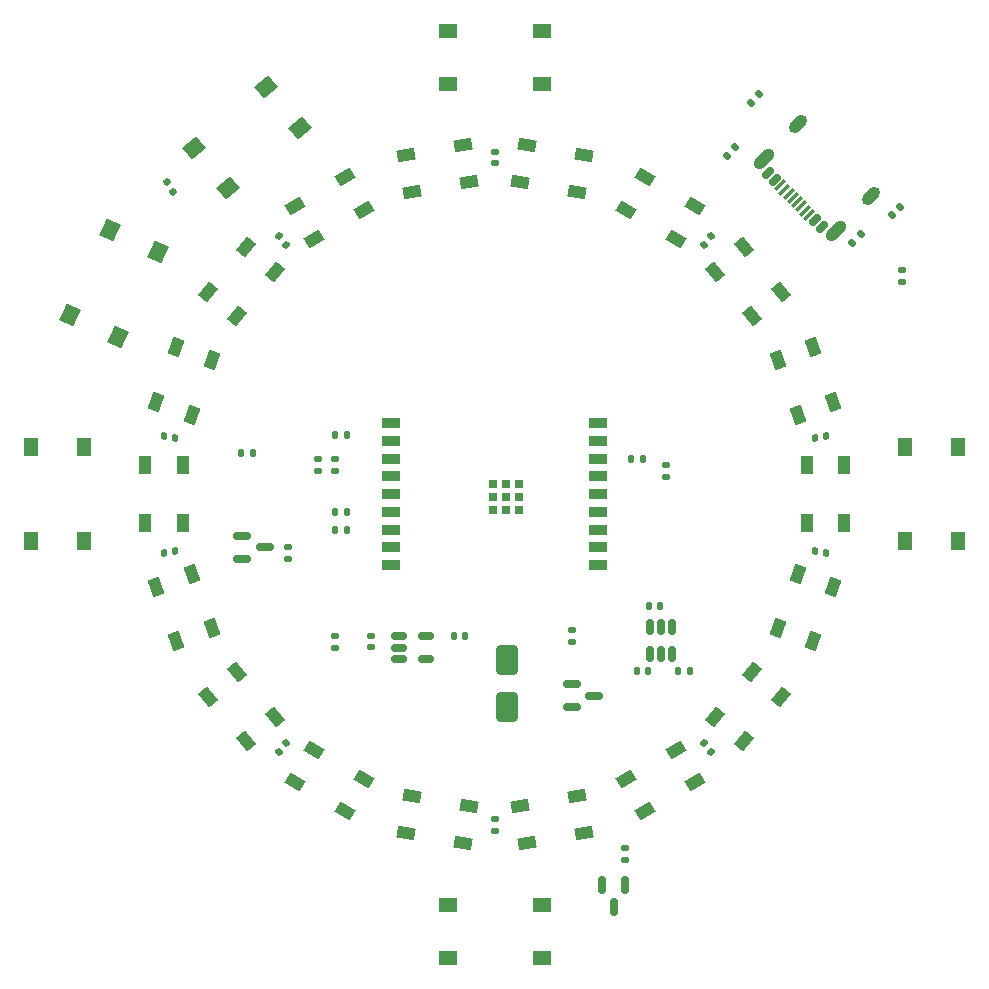
<source format=gtp>
G04 #@! TF.GenerationSoftware,KiCad,Pcbnew,9.0.0*
G04 #@! TF.CreationDate,2025-03-23T20:11:35+01:00*
G04 #@! TF.ProjectId,PCB Board,50434220-426f-4617-9264-2e6b69636164,rev?*
G04 #@! TF.SameCoordinates,Original*
G04 #@! TF.FileFunction,Paste,Top*
G04 #@! TF.FilePolarity,Positive*
%FSLAX46Y46*%
G04 Gerber Fmt 4.6, Leading zero omitted, Abs format (unit mm)*
G04 Created by KiCad (PCBNEW 9.0.0) date 2025-03-23 20:11:35*
%MOMM*%
%LPD*%
G01*
G04 APERTURE LIST*
G04 Aperture macros list*
%AMRoundRect*
0 Rectangle with rounded corners*
0 $1 Rounding radius*
0 $2 $3 $4 $5 $6 $7 $8 $9 X,Y pos of 4 corners*
0 Add a 4 corners polygon primitive as box body*
4,1,4,$2,$3,$4,$5,$6,$7,$8,$9,$2,$3,0*
0 Add four circle primitives for the rounded corners*
1,1,$1+$1,$2,$3*
1,1,$1+$1,$4,$5*
1,1,$1+$1,$6,$7*
1,1,$1+$1,$8,$9*
0 Add four rect primitives between the rounded corners*
20,1,$1+$1,$2,$3,$4,$5,0*
20,1,$1+$1,$4,$5,$6,$7,0*
20,1,$1+$1,$6,$7,$8,$9,0*
20,1,$1+$1,$8,$9,$2,$3,0*%
%AMHorizOval*
0 Thick line with rounded ends*
0 $1 width*
0 $2 $3 position (X,Y) of the first rounded end (center of the circle)*
0 $4 $5 position (X,Y) of the second rounded end (center of the circle)*
0 Add line between two ends*
20,1,$1,$2,$3,$4,$5,0*
0 Add two circle primitives to create the rounded ends*
1,1,$1,$2,$3*
1,1,$1,$4,$5*%
%AMRotRect*
0 Rectangle, with rotation*
0 The origin of the aperture is its center*
0 $1 length*
0 $2 width*
0 $3 Rotation angle, in degrees counterclockwise*
0 Add horizontal line*
21,1,$1,$2,0,0,$3*%
G04 Aperture macros list end*
%ADD10RoundRect,0.140000X0.040237X-0.216520X0.220218X-0.002028X-0.040237X0.216520X-0.220218X0.002028X0*%
%ADD11RoundRect,0.135000X0.035355X-0.226274X0.226274X-0.035355X-0.035355X0.226274X-0.226274X0.035355X0*%
%ADD12RoundRect,0.135000X0.185000X-0.135000X0.185000X0.135000X-0.185000X0.135000X-0.185000X-0.135000X0*%
%ADD13RoundRect,0.140000X0.108353X0.191728X-0.167393X0.143107X-0.108353X-0.191728X0.167393X-0.143107X0*%
%ADD14RotRect,1.500000X1.000000X30.000000*%
%ADD15RoundRect,0.135000X-0.035355X0.226274X-0.226274X0.035355X0.035355X-0.226274X0.226274X-0.035355X0*%
%ADD16R,1.300000X1.550000*%
%ADD17RoundRect,0.135000X0.135000X0.185000X-0.135000X0.185000X-0.135000X-0.185000X0.135000X-0.185000X0*%
%ADD18RoundRect,0.250000X0.650000X-1.000000X0.650000X1.000000X-0.650000X1.000000X-0.650000X-1.000000X0*%
%ADD19RoundRect,0.135000X-0.185000X0.135000X-0.185000X-0.135000X0.185000X-0.135000X0.185000X0.135000X0*%
%ADD20RoundRect,0.140000X0.170000X-0.140000X0.170000X0.140000X-0.170000X0.140000X-0.170000X-0.140000X0*%
%ADD21RoundRect,0.140000X-0.167393X-0.143107X0.108353X-0.191728X0.167393X0.143107X-0.108353X0.191728X0*%
%ADD22RotRect,1.500000X1.000000X150.000000*%
%ADD23RotRect,1.500000X1.000000X130.000000*%
%ADD24RoundRect,0.150000X-0.587500X-0.150000X0.587500X-0.150000X0.587500X0.150000X-0.587500X0.150000X0*%
%ADD25RoundRect,0.140000X-0.170000X0.140000X-0.170000X-0.140000X0.170000X-0.140000X0.170000X0.140000X0*%
%ADD26RoundRect,0.140000X0.167393X0.143107X-0.108353X0.191728X-0.167393X-0.143107X0.108353X-0.191728X0*%
%ADD27RoundRect,0.135000X-0.135000X-0.185000X0.135000X-0.185000X0.135000X0.185000X-0.135000X0.185000X0*%
%ADD28RotRect,1.500000X1.000000X230.000000*%
%ADD29RotRect,1.500000X1.000000X110.000000*%
%ADD30RotRect,1.500000X1.000000X290.000000*%
%ADD31RotRect,1.550000X1.300000X220.000000*%
%ADD32RotRect,1.500000X1.000000X170.000000*%
%ADD33R,0.700000X0.700000*%
%ADD34R,1.500000X0.900000*%
%ADD35RotRect,1.500000X1.000000X250.000000*%
%ADD36RotRect,1.500000X1.000000X50.000000*%
%ADD37RoundRect,0.140000X-0.220218X-0.002028X-0.040237X-0.216520X0.220218X0.002028X0.040237X0.216520X0*%
%ADD38R,1.550000X1.300000*%
%ADD39RoundRect,0.150000X-0.150000X0.512500X-0.150000X-0.512500X0.150000X-0.512500X0.150000X0.512500X0*%
%ADD40RoundRect,0.140000X-0.140000X-0.170000X0.140000X-0.170000X0.140000X0.170000X-0.140000X0.170000X0*%
%ADD41RoundRect,0.140000X-0.040237X0.216520X-0.220218X0.002028X0.040237X-0.216520X0.220218X-0.002028X0*%
%ADD42RoundRect,0.150000X-0.512500X-0.150000X0.512500X-0.150000X0.512500X0.150000X-0.512500X0.150000X0*%
%ADD43RoundRect,0.147500X0.017678X-0.226274X0.226274X-0.017678X-0.017678X0.226274X-0.226274X0.017678X0*%
%ADD44RoundRect,0.140000X-0.219557X0.017173X-0.058955X-0.212189X0.219557X-0.017173X0.058955X0.212189X0*%
%ADD45RotRect,1.500000X1.000000X10.000000*%
%ADD46RoundRect,0.150000X0.406586X0.194454X0.194454X0.406586X-0.406586X-0.194454X-0.194454X-0.406586X0*%
%ADD47RoundRect,0.075000X0.406586X0.300520X0.300520X0.406586X-0.406586X-0.300520X-0.300520X-0.406586X0*%
%ADD48HorizOval,1.000000X0.388909X0.388909X-0.388909X-0.388909X0*%
%ADD49HorizOval,1.000000X0.282843X0.282843X-0.282843X-0.282843X0*%
%ADD50RotRect,1.500000X1.000000X190.000000*%
%ADD51RotRect,1.500000X1.000000X350.000000*%
%ADD52RoundRect,0.150000X-0.150000X0.587500X-0.150000X-0.587500X0.150000X-0.587500X0.150000X0.587500X0*%
%ADD53RoundRect,0.140000X0.140000X0.170000X-0.140000X0.170000X-0.140000X-0.170000X0.140000X-0.170000X0*%
%ADD54RoundRect,0.140000X0.220218X0.002028X0.040237X0.216520X-0.220218X-0.002028X-0.040237X-0.216520X0*%
%ADD55RotRect,1.500000X1.000000X70.000000*%
%ADD56RotRect,1.500000X1.000000X210.000000*%
%ADD57R,1.000000X1.500000*%
%ADD58RotRect,1.500000X1.000000X330.000000*%
%ADD59RotRect,1.550000X1.300000X65.000000*%
%ADD60RoundRect,0.140000X-0.108353X-0.191728X0.167393X-0.143107X0.108353X0.191728X-0.167393X0.143107X0*%
%ADD61RotRect,1.500000X1.000000X310.000000*%
G04 APERTURE END LIST*
D10*
X46293409Y-85716945D03*
X46910485Y-84981543D03*
D11*
X94878752Y-42621248D03*
X95600000Y-41900000D03*
D12*
X79090000Y-62410000D03*
X79090000Y-61390000D03*
D13*
X92647324Y-58954500D03*
X91701910Y-59121202D03*
D14*
X53521762Y-39811930D03*
X51921762Y-37040648D03*
X47678238Y-39490648D03*
X49278238Y-42261930D03*
D15*
X84960624Y-34539376D03*
X84239376Y-35260624D03*
D16*
X25350000Y-67880000D03*
X25350000Y-59920000D03*
X29850000Y-67880000D03*
X29850000Y-59920000D03*
D17*
X77110000Y-60900000D03*
X76090000Y-60900000D03*
D18*
X65600000Y-81900000D03*
X65600000Y-77900000D03*
D19*
X99100000Y-44890000D03*
X99100000Y-45910000D03*
D20*
X64600000Y-92380000D03*
X64600000Y-91420000D03*
D21*
X36552675Y-58954500D03*
X37498091Y-59121202D03*
D22*
X49278238Y-85538070D03*
X47678238Y-88309352D03*
X51921762Y-90759352D03*
X53521762Y-87988070D03*
D23*
X42801597Y-78992784D03*
X40350255Y-81049704D03*
X43499915Y-84803322D03*
X45951257Y-82746402D03*
D24*
X43225000Y-67450000D03*
X43225000Y-69350000D03*
X45100000Y-68400000D03*
D25*
X64620000Y-34920000D03*
X64620000Y-35880000D03*
D19*
X51100000Y-60890000D03*
X51100000Y-61910000D03*
D26*
X92647325Y-68845500D03*
X91701909Y-68678798D03*
D27*
X51090000Y-66900000D03*
X52110000Y-66900000D03*
D28*
X83248743Y-82746402D03*
X85700085Y-84803322D03*
X88849745Y-81049704D03*
X86398403Y-78992784D03*
D29*
X38954166Y-70627084D03*
X35947149Y-71721550D03*
X37623048Y-76326044D03*
X40630065Y-75231578D03*
D30*
X90245834Y-57172916D03*
X93252851Y-56078450D03*
X91576952Y-51473956D03*
X88569935Y-52568422D03*
D12*
X47100000Y-69410000D03*
X47100000Y-68390000D03*
D31*
X48095129Y-32900000D03*
X41997415Y-38016590D03*
X45202585Y-29452800D03*
X39104871Y-34569390D03*
D16*
X103850000Y-59920000D03*
X103850000Y-67880000D03*
X99350000Y-59920000D03*
X99350000Y-67880000D03*
D32*
X57602909Y-89473486D03*
X57047235Y-92624872D03*
X61872793Y-93475748D03*
X62428467Y-90324362D03*
D33*
X64460000Y-63000000D03*
X64460000Y-64100000D03*
X64460000Y-65200000D03*
X65560000Y-63000000D03*
X65560000Y-64100000D03*
X65560000Y-65200000D03*
X66660000Y-63000000D03*
X66660000Y-64100000D03*
X66660000Y-65200000D03*
D34*
X55850000Y-57900000D03*
X55850000Y-59400000D03*
X55850000Y-60900000D03*
X55850000Y-62400000D03*
X55850000Y-63900000D03*
X55850000Y-65400000D03*
X55850000Y-66900000D03*
X55850000Y-68400000D03*
X55850000Y-69900000D03*
X73350000Y-69900000D03*
X73350000Y-68400000D03*
X73350000Y-66900000D03*
X73350000Y-65400000D03*
X73350000Y-63900000D03*
X73350000Y-62400000D03*
X73350000Y-60900000D03*
X73350000Y-59400000D03*
X73350000Y-57900000D03*
D35*
X88569935Y-75231579D03*
X91576951Y-76326043D03*
X93252851Y-71721549D03*
X90245835Y-70627085D03*
D24*
X71100000Y-80000000D03*
X71100000Y-81900000D03*
X72975000Y-80950000D03*
D17*
X52110000Y-58900000D03*
X51090000Y-58900000D03*
D36*
X45951257Y-45053598D03*
X43499915Y-42996678D03*
X40350255Y-46750296D03*
X42801597Y-48807216D03*
D37*
X46293409Y-42083055D03*
X46910485Y-42818457D03*
D38*
X68580000Y-103150000D03*
X60620000Y-103150000D03*
X68580000Y-98650000D03*
X60620000Y-98650000D03*
D39*
X79600000Y-75125000D03*
X78650000Y-75125000D03*
X77700000Y-75125000D03*
X77700000Y-77400000D03*
X78650000Y-77400000D03*
X79600000Y-77400000D03*
D40*
X61140000Y-75900000D03*
X62100000Y-75900000D03*
D12*
X49600000Y-61910000D03*
X49600000Y-60890000D03*
D41*
X82906591Y-42083055D03*
X82289515Y-42818457D03*
D20*
X54100000Y-76880000D03*
X54100000Y-75920000D03*
D42*
X56462500Y-75950000D03*
X56462500Y-76900000D03*
X56462500Y-77850000D03*
X58737500Y-77850000D03*
X58737500Y-75950000D03*
D43*
X86257053Y-30742947D03*
X86942947Y-30057053D03*
D44*
X36824683Y-37506807D03*
X37375317Y-38293193D03*
D45*
X62428467Y-37475637D03*
X61872793Y-34324253D03*
X57047235Y-35175129D03*
X57602909Y-38326513D03*
D12*
X51100000Y-76910000D03*
X51100000Y-75890000D03*
D46*
X92260589Y-41264895D03*
X91694903Y-40699209D03*
D47*
X90881731Y-39886036D03*
X90174624Y-39178930D03*
X89821070Y-38825376D03*
X89113964Y-38118269D03*
D46*
X88300791Y-37305097D03*
X87735105Y-36739411D03*
X87735105Y-36739411D03*
X88300791Y-37305097D03*
D47*
X88760410Y-37764716D03*
X89467517Y-38471823D03*
X90528177Y-39532483D03*
X91235284Y-40239590D03*
D46*
X91694903Y-40699209D03*
X92260589Y-41264895D03*
D48*
X93459135Y-41650268D03*
D49*
X96414841Y-38694562D03*
D48*
X87349732Y-35540865D03*
D49*
X90305438Y-32585159D03*
D17*
X81100000Y-78900000D03*
X80080000Y-78900000D03*
D40*
X77640000Y-73400000D03*
X78600000Y-73400000D03*
D19*
X75600000Y-93890000D03*
X75600000Y-94910000D03*
D50*
X66771533Y-90324363D03*
X67327207Y-93475747D03*
X72152765Y-92624871D03*
X71597091Y-89473487D03*
D51*
X71597091Y-38326513D03*
X72152765Y-35175129D03*
X67327207Y-34324253D03*
X66771533Y-37475637D03*
D27*
X51080000Y-65400000D03*
X52100000Y-65400000D03*
D52*
X75600000Y-96962500D03*
X73700000Y-96962500D03*
X74650000Y-98837500D03*
D53*
X77600000Y-78900000D03*
X76640000Y-78900000D03*
D54*
X82906591Y-85716945D03*
X82289515Y-84981543D03*
D55*
X40630065Y-52568421D03*
X37623048Y-51473957D03*
X35947149Y-56078451D03*
X38954166Y-57172915D03*
D56*
X75678238Y-87988070D03*
X77278238Y-90759352D03*
X81521762Y-88309352D03*
X79921762Y-85538070D03*
D57*
X38200000Y-61450000D03*
X35000000Y-61450000D03*
X35000000Y-66350000D03*
X38200000Y-66350000D03*
D17*
X44100000Y-60400000D03*
X43080000Y-60400000D03*
D12*
X71100000Y-76410000D03*
X71100000Y-75390000D03*
D43*
X98257053Y-40242947D03*
X98942947Y-39557053D03*
D57*
X91000000Y-66350000D03*
X94200000Y-66350000D03*
X94200000Y-61450000D03*
X91000000Y-61450000D03*
D58*
X79921762Y-42261930D03*
X81521762Y-39490648D03*
X77278238Y-37040648D03*
X75678238Y-39811930D03*
D59*
X28657576Y-48712428D03*
X32021616Y-41498218D03*
X32735960Y-50614210D03*
X36100000Y-43400000D03*
D60*
X36552675Y-68845500D03*
X37498091Y-68678798D03*
D38*
X60620000Y-24650000D03*
X68580000Y-24650000D03*
X60620000Y-29150000D03*
X68580000Y-29150000D03*
D61*
X86398403Y-48807216D03*
X88849745Y-46750296D03*
X85700085Y-42996678D03*
X83248743Y-45053598D03*
M02*

</source>
